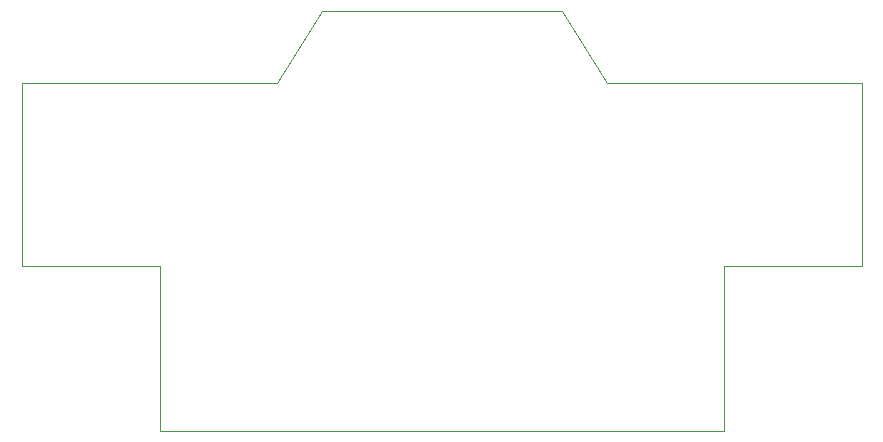
<source format=gbr>
%TF.GenerationSoftware,KiCad,Pcbnew,7.0.9*%
%TF.CreationDate,2024-06-25T21:03:02+09:00*%
%TF.ProjectId,04-line_sub,30342d6c-696e-4655-9f73-75622e6b6963,rev?*%
%TF.SameCoordinates,Original*%
%TF.FileFunction,Profile,NP*%
%FSLAX46Y46*%
G04 Gerber Fmt 4.6, Leading zero omitted, Abs format (unit mm)*
G04 Created by KiCad (PCBNEW 7.0.9) date 2024-06-25 21:03:02*
%MOMM*%
%LPD*%
G01*
G04 APERTURE LIST*
%TA.AperFunction,Profile*%
%ADD10C,0.100000*%
%TD*%
G04 APERTURE END LIST*
D10*
X115570000Y-82296000D02*
X137160000Y-82296000D01*
X137160000Y-97790000D01*
X125476000Y-97790000D01*
X125476000Y-111760000D01*
X77724000Y-111760000D01*
X77724000Y-97790000D01*
X66040000Y-97790000D01*
X66040000Y-82296000D01*
X87630000Y-82296000D01*
X91440000Y-76200000D01*
X111760000Y-76200000D01*
X115570000Y-82296000D01*
M02*

</source>
